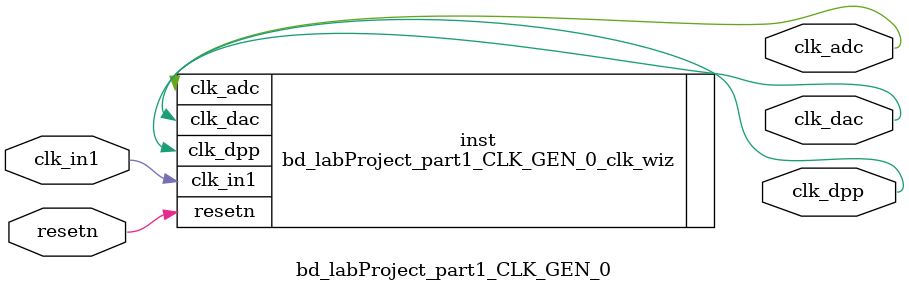
<source format=v>


`timescale 1ps/1ps

(* CORE_GENERATION_INFO = "bd_labProject_part1_CLK_GEN_0,clk_wiz_v6_0_11_0_0,{component_name=bd_labProject_part1_CLK_GEN_0,use_phase_alignment=true,use_min_o_jitter=false,use_max_i_jitter=false,use_dyn_phase_shift=false,use_inclk_switchover=false,use_dyn_reconfig=false,enable_axi=0,feedback_source=FDBK_AUTO,PRIMITIVE=MMCM,num_out_clk=3,clkin1_period=20.000,clkin2_period=10.0,use_power_down=false,use_reset=true,use_locked=false,use_inclk_stopped=false,feedback_type=SINGLE,CLOCK_MGR_TYPE=NA,manual_override=false}" *)

module bd_labProject_part1_CLK_GEN_0 
 (
  // Clock out ports
  output        clk_dpp,
  output        clk_adc,
  output        clk_dac,
  // Status and control signals
  input         resetn,
 // Clock in ports
  input         clk_in1
 );

  bd_labProject_part1_CLK_GEN_0_clk_wiz inst
  (
  // Clock out ports  
  .clk_dpp(clk_dpp),
  .clk_adc(clk_adc),
  .clk_dac(clk_dac),
  // Status and control signals               
  .resetn(resetn), 
 // Clock in ports
  .clk_in1(clk_in1)
  );

endmodule

</source>
